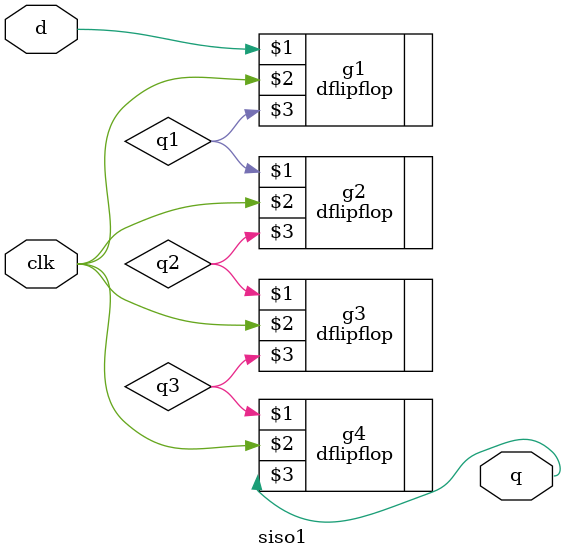
<source format=v>
module siso1(
    input d,clk,
    output q);
    wire q1,q2,q3;
    dflipflop g1(d, clk, q1);
    dflipflop g2(q1, clk, q2);
    dflipflop g3(q2, clk, q3);
    dflipflop g4(q3, clk, q);
endmodule

</source>
